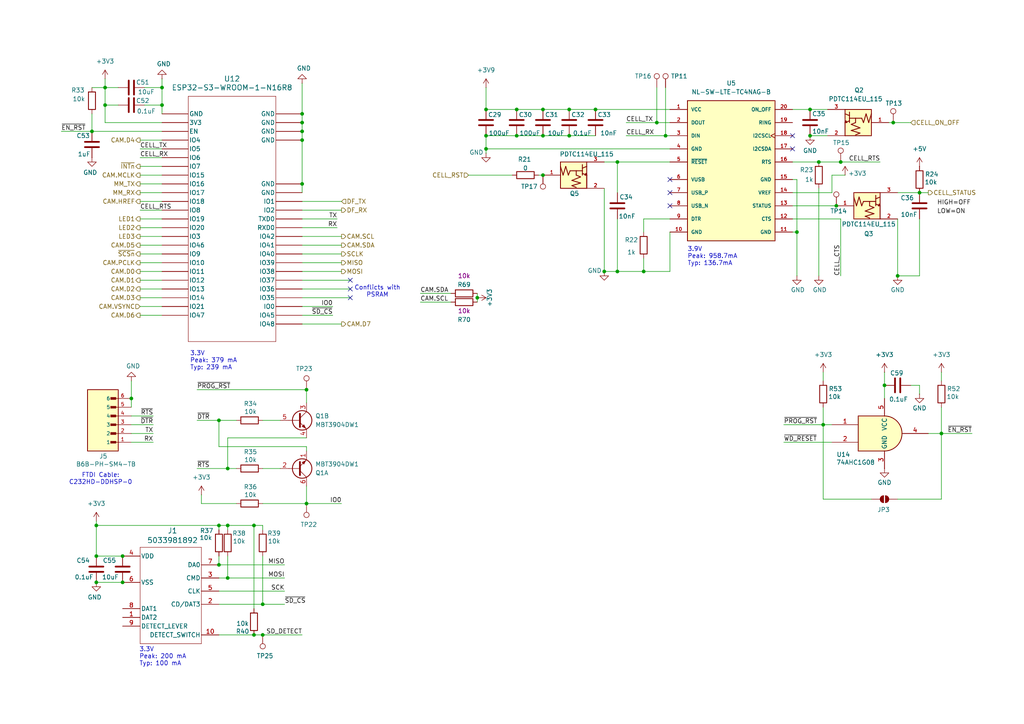
<source format=kicad_sch>
(kicad_sch (version 20250114) (generator "eeschema") (generator_version "9.0")
  (paper "A4")
  (text "3.3V\nPeak: 379 mA\nTyp: 239 mA" (at 55.118 104.648 0) (effects (font (size 1.27 1.27)) (justify left)))
  (text "3.9V\nPeak: 958.7mA \nTyp: 136.7mA" (at 199.39 74.422 0) (effects (font (size 1.27 1.27)) (justify left)))
  (text " FTDI Cable:\n C232HD-DDHSP-0" (at 28.702 138.938 0) (effects (font (size 1.27 1.27))))
  (text "3.3V\nPeak: 200 mA\nTyp: 100 mA" (at 40.386 190.5 0) (effects (font (size 1.27 1.27)) (justify left)))
  (text "Conflicts with\nPSRAM\n" (at 109.474 84.582 0) (effects (font (size 1.27 1.27))))
  (junction (at 30.48 30.48))
  (junction (at 186.69 78.74))
  (junction (at 138.43 86.36))
  (junction (at 179.07 78.74))
  (junction (at 38.1 115.57))
  (junction (at 88.9 146.05))
  (junction (at 260.35 80.01))
  (junction (at 273.05 125.73))
  (junction (at 193.04 39.37))
  (junction (at 190.5 35.56))
  (junction (at 157.48 39.37))
  (junction (at 27.94 161.29))
  (junction (at 87.63 40.64))
  (junction (at 140.97 39.37))
  (junction (at 27.94 168.91))
  (junction (at 66.04 152.4))
  (junction (at 231.14 67.31))
  (junction (at 30.48 25.4))
  (junction (at 243.84 46.99))
  (junction (at 149.86 31.75))
  (junction (at 87.63 33.02))
  (junction (at 266.7 55.88))
  (junction (at 259.08 35.56))
  (junction (at 63.5 152.4))
  (junction (at 175.26 78.74))
  (junction (at 76.2 175.26))
  (junction (at 76.2 184.15))
  (junction (at 234.95 39.37))
  (junction (at 35.56 161.29))
  (junction (at 26.67 38.1))
  (junction (at 46.99 30.48))
  (junction (at 73.66 152.4))
  (junction (at 35.56 168.91))
  (junction (at 165.1 39.37))
  (junction (at 242.57 59.69))
  (junction (at 165.1 31.75))
  (junction (at 234.95 31.75))
  (junction (at 73.66 184.15))
  (junction (at 87.63 35.56))
  (junction (at 46.99 25.4))
  (junction (at 140.97 31.75))
  (junction (at 27.94 152.4))
  (junction (at 66.04 167.64))
  (junction (at 238.76 123.19))
  (junction (at 66.04 135.89))
  (junction (at 63.5 163.83))
  (junction (at 157.48 31.75))
  (junction (at 88.9 113.03))
  (junction (at 140.97 43.18))
  (junction (at 157.48 50.8))
  (junction (at 87.63 38.1))
  (junction (at 237.49 46.99))
  (junction (at 179.07 46.99))
  (junction (at 63.5 121.92))
  (junction (at 172.72 31.75))
  (junction (at 87.63 53.34))
  (junction (at 256.54 111.76))
  (junction (at 149.86 39.37))
  (no_connect (at 194.31 52.07))
  (no_connect (at 194.31 55.88))
  (no_connect (at 229.87 39.37))
  (no_connect (at 101.6 83.82))
  (no_connect (at 229.87 43.18))
  (no_connect (at 101.6 86.36))
  (no_connect (at 101.6 81.28))
  (no_connect (at 194.31 59.69))
  (wire (pts (xy 238.76 123.19) (xy 238.76 144.78)))
  (wire (pts (xy 194.31 67.31) (xy 194.31 78.74)))
  (wire (pts (xy 266.7 63.5) (xy 266.7 80.01)))
  (wire (pts (xy 27.94 168.91) (xy 35.56 168.91)))
  (wire (pts (xy 88.9 129.54) (xy 88.9 130.81)))
  (wire (pts (xy 58.42 146.05) (xy 68.58 146.05)))
  (wire (pts (xy 87.63 40.64) (xy 87.63 53.34)))
  (wire (pts (xy 40.64 43.18) (xy 46.99 43.18)))
  (wire (pts (xy 26.67 25.4) (xy 30.48 25.4)))
  (wire (pts (xy 40.64 88.9) (xy 46.99 88.9)))
  (wire (pts (xy 87.63 24.13) (xy 87.63 33.02)))
  (wire (pts (xy 121.92 85.09) (xy 130.81 85.09)))
  (wire (pts (xy 63.5 152.4) (xy 63.5 153.67)))
  (wire (pts (xy 38.1 120.65) (xy 44.45 120.65)))
  (wire (pts (xy 87.63 86.36) (xy 101.6 86.36)))
  (wire (pts (xy 190.5 35.56) (xy 194.31 35.56)))
  (wire (pts (xy 273.05 125.73) (xy 281.94 125.73)))
  (wire (pts (xy 140.97 31.75) (xy 149.86 31.75)))
  (wire (pts (xy 138.43 87.63) (xy 138.43 86.36)))
  (wire (pts (xy 234.95 39.37) (xy 240.03 39.37)))
  (wire (pts (xy 40.64 48.26) (xy 46.99 48.26)))
  (wire (pts (xy 186.69 74.93) (xy 186.69 78.74)))
  (wire (pts (xy 238.76 144.78) (xy 252.73 144.78)))
  (wire (pts (xy 241.3 50.8) (xy 241.3 55.88)))
  (wire (pts (xy 82.55 171.45) (xy 63.5 171.45)))
  (wire (pts (xy 63.5 129.54) (xy 63.5 121.92)))
  (wire (pts (xy 40.64 60.96) (xy 46.99 60.96)))
  (wire (pts (xy 243.84 80.01) (xy 243.84 63.5)))
  (wire (pts (xy 40.64 40.64) (xy 46.99 40.64)))
  (wire (pts (xy 63.5 152.4) (xy 66.04 152.4)))
  (wire (pts (xy 243.84 63.5) (xy 229.87 63.5)))
  (wire (pts (xy 40.64 55.88) (xy 46.99 55.88)))
  (wire (pts (xy 227.33 128.27) (xy 241.3 128.27)))
  (wire (pts (xy 87.63 81.28) (xy 101.6 81.28)))
  (wire (pts (xy 186.69 63.5) (xy 194.31 63.5)))
  (wire (pts (xy 88.9 129.54) (xy 63.5 129.54)))
  (wire (pts (xy 186.69 67.31) (xy 186.69 63.5)))
  (wire (pts (xy 273.05 107.95) (xy 273.05 110.49)))
  (wire (pts (xy 17.78 38.1) (xy 26.67 38.1)))
  (wire (pts (xy 256.54 111.76) (xy 256.54 115.57)))
  (wire (pts (xy 243.84 46.99) (xy 255.27 46.99)))
  (wire (pts (xy 260.35 144.78) (xy 273.05 144.78)))
  (wire (pts (xy 38.1 128.27) (xy 44.45 128.27)))
  (wire (pts (xy 140.97 44.45) (xy 140.97 43.18)))
  (wire (pts (xy 87.63 53.34) (xy 87.63 55.88)))
  (wire (pts (xy 229.87 52.07) (xy 231.14 52.07)))
  (wire (pts (xy 157.48 31.75) (xy 165.1 31.75)))
  (wire (pts (xy 87.63 91.44) (xy 96.52 91.44)))
  (wire (pts (xy 190.5 25.4) (xy 190.5 35.56)))
  (wire (pts (xy 264.16 35.56) (xy 259.08 35.56)))
  (wire (pts (xy 99.06 73.66) (xy 87.63 73.66)))
  (wire (pts (xy 58.42 143.51) (xy 58.42 146.05)))
  (wire (pts (xy 157.48 39.37) (xy 165.1 39.37)))
  (wire (pts (xy 87.63 33.02) (xy 87.63 35.56)))
  (wire (pts (xy 273.05 144.78) (xy 273.05 125.73)))
  (wire (pts (xy 38.1 125.73) (xy 44.45 125.73)))
  (wire (pts (xy 87.63 68.58) (xy 99.06 68.58)))
  (wire (pts (xy 140.97 43.18) (xy 140.97 39.37)))
  (wire (pts (xy 76.2 135.89) (xy 81.28 135.89)))
  (wire (pts (xy 27.94 152.4) (xy 27.94 161.29)))
  (wire (pts (xy 76.2 121.92) (xy 81.28 121.92)))
  (wire (pts (xy 27.94 161.29) (xy 35.56 161.29)))
  (wire (pts (xy 66.04 167.64) (xy 82.55 167.64)))
  (wire (pts (xy 97.79 66.04) (xy 87.63 66.04)))
  (wire (pts (xy 76.2 184.15) (xy 73.66 184.15)))
  (wire (pts (xy 57.15 121.92) (xy 63.5 121.92)))
  (wire (pts (xy 245.11 50.8) (xy 241.3 50.8)))
  (wire (pts (xy 181.61 35.56) (xy 190.5 35.56)))
  (wire (pts (xy 40.64 71.12) (xy 46.99 71.12)))
  (wire (pts (xy 38.1 115.57) (xy 38.1 118.11)))
  (wire (pts (xy 57.15 135.89) (xy 66.04 135.89)))
  (wire (pts (xy 73.66 152.4) (xy 73.66 176.53)))
  (wire (pts (xy 40.64 86.36) (xy 46.99 86.36)))
  (wire (pts (xy 87.63 88.9) (xy 96.52 88.9)))
  (wire (pts (xy 30.48 22.86) (xy 30.48 25.4)))
  (wire (pts (xy 38.1 110.49) (xy 38.1 115.57)))
  (wire (pts (xy 179.07 63.5) (xy 179.07 78.74)))
  (wire (pts (xy 140.97 25.4) (xy 140.97 31.75)))
  (wire (pts (xy 181.61 39.37) (xy 193.04 39.37)))
  (wire (pts (xy 40.64 83.82) (xy 46.99 83.82)))
  (wire (pts (xy 88.9 146.05) (xy 99.06 146.05)))
  (wire (pts (xy 231.14 67.31) (xy 231.14 80.01)))
  (wire (pts (xy 260.35 63.5) (xy 260.35 80.01)))
  (wire (pts (xy 231.14 52.07) (xy 231.14 67.31)))
  (wire (pts (xy 27.94 151.13) (xy 27.94 152.4)))
  (wire (pts (xy 40.64 45.72) (xy 46.99 45.72)))
  (wire (pts (xy 88.9 127) (xy 66.04 127)))
  (wire (pts (xy 259.08 35.56) (xy 257.81 35.56)))
  (wire (pts (xy 149.86 31.75) (xy 157.48 31.75)))
  (wire (pts (xy 149.86 39.37) (xy 157.48 39.37)))
  (wire (pts (xy 63.5 163.83) (xy 82.55 163.83)))
  (wire (pts (xy 237.49 54.61) (xy 237.49 80.01)))
  (wire (pts (xy 194.31 78.74) (xy 186.69 78.74)))
  (wire (pts (xy 76.2 153.67) (xy 76.2 152.4)))
  (wire (pts (xy 40.64 58.42) (xy 46.99 58.42)))
  (wire (pts (xy 156.21 50.8) (xy 157.48 50.8)))
  (wire (pts (xy 193.04 25.4) (xy 193.04 39.37)))
  (wire (pts (xy 66.04 152.4) (xy 66.04 153.67)))
  (wire (pts (xy 87.63 58.42) (xy 99.06 58.42)))
  (wire (pts (xy 76.2 175.26) (xy 63.5 175.26)))
  (wire (pts (xy 30.48 30.48) (xy 30.48 35.56)))
  (wire (pts (xy 229.87 46.99) (xy 237.49 46.99)))
  (wire (pts (xy 88.9 116.84) (xy 88.9 113.03)))
  (wire (pts (xy 66.04 152.4) (xy 73.66 152.4)))
  (wire (pts (xy 175.26 46.99) (xy 179.07 46.99)))
  (wire (pts (xy 273.05 125.73) (xy 269.24 125.73)))
  (wire (pts (xy 193.04 39.37) (xy 194.31 39.37)))
  (wire (pts (xy 38.1 123.19) (xy 44.45 123.19)))
  (wire (pts (xy 121.92 87.63) (xy 130.81 87.63)))
  (wire (pts (xy 238.76 118.11) (xy 238.76 123.19)))
  (wire (pts (xy 40.64 66.04) (xy 46.99 66.04)))
  (wire (pts (xy 172.72 31.75) (xy 194.31 31.75)))
  (wire (pts (xy 46.99 25.4) (xy 46.99 30.48)))
  (wire (pts (xy 30.48 25.4) (xy 34.29 25.4)))
  (wire (pts (xy 87.63 38.1) (xy 87.63 40.64)))
  (wire (pts (xy 63.5 161.29) (xy 63.5 163.83)))
  (wire (pts (xy 266.7 55.88) (xy 269.24 55.88)))
  (wire (pts (xy 234.95 31.75) (xy 240.03 31.75)))
  (wire (pts (xy 87.63 83.82) (xy 101.6 83.82)))
  (wire (pts (xy 179.07 78.74) (xy 175.26 78.74)))
  (wire (pts (xy 57.15 113.03) (xy 88.9 113.03)))
  (wire (pts (xy 99.06 93.98) (xy 87.63 93.98)))
  (wire (pts (xy 266.7 111.76) (xy 264.16 111.76)))
  (wire (pts (xy 238.76 123.19) (xy 241.3 123.19)))
  (wire (pts (xy 227.33 123.19) (xy 238.76 123.19)))
  (wire (pts (xy 238.76 107.95) (xy 238.76 110.49)))
  (wire (pts (xy 27.94 152.4) (xy 63.5 152.4)))
  (wire (pts (xy 63.5 121.92) (xy 68.58 121.92)))
  (wire (pts (xy 87.63 184.15) (xy 76.2 184.15)))
  (wire (pts (xy 186.69 78.74) (xy 179.07 78.74)))
  (wire (pts (xy 266.7 80.01) (xy 260.35 80.01)))
  (wire (pts (xy 46.99 30.48) (xy 46.99 33.02)))
  (wire (pts (xy 30.48 30.48) (xy 34.29 30.48)))
  (wire (pts (xy 179.07 55.88) (xy 179.07 46.99)))
  (wire (pts (xy 229.87 31.75) (xy 234.95 31.75)))
  (wire (pts (xy 138.43 86.36) (xy 138.43 85.09)))
  (wire (pts (xy 73.66 184.15) (xy 63.5 184.15)))
  (wire (pts (xy 165.1 39.37) (xy 172.72 39.37)))
  (wire (pts (xy 260.35 55.88) (xy 266.7 55.88)))
  (wire (pts (xy 140.97 39.37) (xy 149.86 39.37)))
  (wire (pts (xy 231.14 67.31) (xy 229.87 67.31)))
  (wire (pts (xy 165.1 31.75) (xy 172.72 31.75)))
  (wire (pts (xy 241.3 55.88) (xy 229.87 55.88)))
  (wire (pts (xy 40.64 68.58) (xy 46.99 68.58)))
  (wire (pts (xy 175.26 54.61) (xy 175.26 78.74)))
  (wire (pts (xy 237.49 46.99) (xy 243.84 46.99)))
  (wire (pts (xy 46.99 22.86) (xy 46.99 25.4)))
  (wire (pts (xy 266.7 114.3) (xy 266.7 111.76)))
  (wire (pts (xy 87.63 76.2) (xy 99.06 76.2)))
  (wire (pts (xy 41.91 25.4) (xy 46.99 25.4)))
  (wire (pts (xy 46.99 38.1) (xy 26.67 38.1)))
  (wire (pts (xy 99.06 60.96) (xy 87.63 60.96)))
  (wire (pts (xy 30.48 25.4) (xy 30.48 30.48)))
  (wire (pts (xy 135.89 50.8) (xy 148.59 50.8)))
  (wire (pts (xy 40.64 53.34) (xy 46.99 53.34)))
  (wire (pts (xy 63.5 167.64) (xy 66.04 167.64)))
  (wire (pts (xy 41.91 30.48) (xy 46.99 30.48)))
  (wire (pts (xy 179.07 46.99) (xy 194.31 46.99)))
  (wire (pts (xy 40.64 91.44) (xy 46.99 91.44)))
  (wire (pts (xy 66.04 161.29) (xy 66.04 167.64)))
  (wire (pts (xy 256.54 107.95) (xy 256.54 111.76)))
  (wire (pts (xy 40.64 73.66) (xy 46.99 73.66)))
  (wire (pts (xy 229.87 59.69) (xy 242.57 59.69)))
  (wire (pts (xy 68.58 135.89) (xy 66.04 135.89)))
  (wire (pts (xy 97.79 63.5) (xy 87.63 63.5)))
  (wire (pts (xy 87.63 35.56) (xy 87.63 38.1)))
  (wire (pts (xy 140.97 43.18) (xy 194.31 43.18)))
  (wire (pts (xy 40.64 81.28) (xy 46.99 81.28)))
  (wire (pts (xy 273.05 118.11) (xy 273.05 125.73)))
  (wire (pts (xy 76.2 161.29) (xy 76.2 175.26)))
  (wire (pts (xy 66.04 127) (xy 66.04 135.89)))
  (wire (pts (xy 40.64 76.2) (xy 46.99 76.2)))
  (wire (pts (xy 26.67 33.02) (xy 26.67 38.1)))
  (wire (pts (xy 76.2 175.26) (xy 82.55 175.26)))
  (wire (pts (xy 40.64 50.8) (xy 46.99 50.8)))
  (wire (pts (xy 40.64 78.74) (xy 46.99 78.74)))
  (wire (pts (xy 76.2 146.05) (xy 88.9 146.05)))
  (wire (pts (xy 88.9 146.05) (xy 88.9 140.97)))
  (wire (pts (xy 73.66 152.4) (xy 76.2 152.4)))
  (wire (pts (xy 87.63 78.74) (xy 99.06 78.74)))
  (wire (pts (xy 30.48 35.56) (xy 46.99 35.56)))
  (wire (pts (xy 99.06 71.12) (xy 87.63 71.12)))
  (wire (pts (xy 40.64 63.5) (xy 46.99 63.5)))
  (label "IO0" (at 99.06 146.05 180))
  (label "~{DTR}" (at 57.15 121.92 0))
  (label "CELL_RX" (at 181.61 39.37 0))
  (label "SCK" (at 82.55 171.45 180))
  (label "MISO" (at 82.55 163.83 180))
  (label "TX" (at 44.45 125.73 180))
  (label "CELL_TX" (at 40.64 43.18 0))
  (label "CELL_RTS" (at 40.64 60.96 0))
  (label "IO0" (at 96.52 88.9 180))
  (label "CAM.SCL" (at 121.92 87.63 0))
  (label "CELL_CTS" (at 243.84 80.01 90))
  (label "CELL_TX" (at 181.61 35.56 0))
  (label "~{EN_RST}" (at 17.78 38.1 0))
  (label "LOW=ON" (at 271.78 62.23 0))
  (label "CELL_RX" (at 40.64 45.72 0))
  (label "~{WD_RESET}" (at 227.33 128.27 0))
  (label "~{DTR}" (at 44.45 123.19 180))
  (label "~{PROG_RST}" (at 57.15 113.03 0))
  (label "~{RTS}" (at 44.45 120.65 180))
  (label "~{PROG_RST}" (at 227.33 123.19 0))
  (label "~{SD_CS}" (at 82.55 175.26 0))
  (label "CELL_RTS" (at 255.27 46.99 180))
  (label "RX" (at 97.79 66.04 180))
  (label "CAM.SDA" (at 121.92 85.09 0))
  (label "HIGH=OFF" (at 271.78 59.69 0))
  (label "~{EN_RST}" (at 281.94 125.73 180))
  (label "~{RTS}" (at 57.15 135.89 0))
  (label "MOSI" (at 82.55 167.64 180))
  (label "SD_DETECT" (at 87.63 184.15 180))
  (label "TX" (at 97.79 63.5 180))
  (label "~{SD_CS}" (at 96.52 91.44 180))
  (label "RX" (at 44.45 128.27 180))
  (hierarchical_label "CAM.D5" (shape output) (at 40.64 71.12 180))
  (hierarchical_label "CELL_RST" (shape input) (at 135.89 50.8 180))
  (hierarchical_label "CAM.D0" (shape output) (at 40.64 78.74 180))
  (hierarchical_label "MM_TX" (shape output) (at 40.64 53.34 180))
  (hierarchical_label "LED1" (shape output) (at 40.64 63.5 180))
  (hierarchical_label "DF_TX" (shape input) (at 99.06 58.42 0))
  (hierarchical_label "CAM.VSYNC" (shape input) (at 40.64 88.9 180))
  (hierarchical_label "~{INTn}" (shape output) (at 40.64 48.26 180))
  (hierarchical_label "DF_RX" (shape output) (at 99.06 60.96 0))
  (hierarchical_label "MISO" (shape output) (at 99.06 76.2 0))
  (hierarchical_label "MM_RX" (shape output) (at 40.64 55.88 180))
  (hierarchical_label "CAM.PCLK" (shape output) (at 40.64 76.2 180))
  (hierarchical_label "CAM.HREF" (shape output) (at 40.64 58.42 180))
  (hierarchical_label "~{SCSn}" (shape output) (at 40.64 73.66 180))
  (hierarchical_label "LED2" (shape output) (at 40.64 66.04 180))
  (hierarchical_label "CAM.D7" (shape output) (at 99.06 93.98 0))
  (hierarchical_label "CAM.D2" (shape output) (at 40.64 83.82 180))
  (hierarchical_label "CAM.D4" (shape output) (at 40.64 40.64 180))
  (hierarchical_label "CAM.D1" (shape output) (at 40.64 81.28 180))
  (hierarchical_label "MOSI" (shape output) (at 99.06 78.74 0))
  (hierarchical_label "CAM.D6" (shape output) (at 40.64 91.44 180))
  (hierarchical_label "CAM.MCLK" (shape output) (at 40.64 50.8 180))
  (hierarchical_label "SCLK" (shape output) (at 99.06 73.66 0))
  (hierarchical_label "CELL_ON_OFF" (shape input) (at 264.16 35.56 0))
  (hierarchical_label "CAM.D3" (shape output) (at 40.64 86.36 180))
  (hierarchical_label "CAM.SDA" (shape output) (at 99.06 71.12 0))
  (hierarchical_label "LED3" (shape output) (at 40.64 68.58 180))
  (hierarchical_label "CELL_STATUS" (shape output) (at 269.24 55.88 0))
  (hierarchical_label "CAM.SCL" (shape output) (at 99.06 68.58 0))
  (symbol (lib_id "Device:C") (at 26.67 41.91 180) (unit 1)
    (property "Reference" "C57" (at 24.13 39.37 0))
    (property "Value" "1uF" (at 24.384 44.704 0))
    (property "Footprint" "Capacitor_SMD:C_0603_1608Metric" (effects (hide yes)))
    (property "Description" "Unpolarized capacitor" (effects (hide yes)))
    (instances (project "HydroficientPcbV1" (path "" (reference "C53") (unit 1))) (project "HydroficientPcbV1" (path "" (reference "C57") (unit 1))))
  )
  (symbol (lib_id "power:GND") (at 140.97 44.45 0) (unit 1)
    (property "Reference" "#PWR0101" (effects (hide yes)))
    (property "Value" "GND" (at 138.176 44.196 0))
    (property "Description" "Power symbol creates a global label with name \"GND\" , ground" (effects (hide yes)))
    (instances (project "HydroficientPcbV1" (path "" (reference "#PWR0135") (unit 1))) (project "HydroficientPcbV1" (path "" (reference "#PWR0101") (unit 1))))
  )
  (symbol (lib_id "power:GND") (at 38.1 110.49 180) (unit 1)
    (property "Reference" "#PWR092" (effects (hide yes)))
    (property "Value" "GND" (at 38.608 106.172 0))
    (property "Description" "Power symbol creates a global label with name \"GND\" , ground" (effects (hide yes)))
    (instances (project "HydroficientPcbV1" (path "" (reference "#PWR099") (unit 1))) (project "HydroficientPcbV1" (path "" (reference "#PWR092") (unit 1))))
  )
  (symbol (lib_id "power:+3V3") (at 256.54 107.95 0) (unit 1)
    (property "Reference" "#PWR0117" (effects (hide yes)))
    (property "Value" "+3V3" (at 256.54 102.87 0))
    (property "Description" "Power symbol creates a global label with name \"+3V3\"" (effects (hide yes)))
    (instances (project "HydroficientPcbV1" (path "" (reference "#PWR0120") (unit 1))) (project "HydroficientPcbV1" (path "" (reference "#PWR0117") (unit 1))))
  )
  (symbol (lib_id "Device:C") (at 157.48 35.56 0) (unit 1)
    (property "Reference" "C65" (at 160.02 33.274 0))
    (property "Value" "10uF" (at 161.29 38.608 0))
    (property "Footprint" "Capacitor_SMD:C_0805_2012Metric" (effects (hide yes)))
    (property "Description" "Unpolarized capacitor" (effects (hide yes)))
    (instances (project "HydroficientPcbV1" (path "" (reference "C31") (unit 1))) (project "HydroficientPcbV1" (path "" (reference "C65") (unit 1))))
  )
  (symbol (lib_id "Device:C") (at 35.56 165.1 0) (unit 1)
    (property "Reference" "C59" (at 31.75 162.56 0))
    (property "Value" "10uF" (at 32.004 167.386 0))
    (property "Footprint" "Capacitor_SMD:C_0805_2012Metric" (effects (hide yes)))
    (property "Description" "Unpolarized capacitor" (effects (hide yes)))
    (instances (project "HydroficientPcbV1" (path "" (reference "C55") (unit 1))) (project "HydroficientPcbV1" (path "" (reference "C59") (unit 1))))
  )
  (symbol (lib_id "Device:R") (at 238.76 114.3 0) (unit 1)
    (property "Reference" "R78" (at 242.316 112.776 0))
    (property "Value" "10k" (at 242.062 115.062 0))
    (property "Footprint" "Resistor_SMD:R_0603_1608Metric" (effects (hide yes)))
    (property "Description" "Resistor" (effects (hide yes)))
    (instances (project "HydroficientPcbV1" (path "" (reference "R53") (unit 1))) (project "HydroficientPcbV1" (path "" (reference "R78") (unit 1))))
  )
  (symbol (lib_id "power:GND") (at 260.35 80.01 0) (unit 1)
    (property "Reference" "#PWR0119" (effects (hide yes)))
    (property "Value" "GND" (at 260.35 84.074 0))
    (property "Description" "Power symbol creates a global label with name \"GND\" , ground" (effects (hide yes)))
    (instances (project "HydroficientPcbV1" (path "" (reference "#PWR058") (unit 1))) (project "HydroficientPcbV1" (path "" (reference "#PWR0119") (unit 1))))
  )
  (symbol (lib_id "B6B-PH-SM4-TB:B6B-PH-SM4-TB") (at 30.48 123.19 180) (unit 1)
    (property "Reference" "J3" (at 29.972 132.334 0))
    (property "Value" "B6B-PH-SM4-TB" (at 30.734 134.62 0))
    (property "Footprint" "B6B-PH-SM4-TB:JST_B6B-PH-SM4-TB" (effects (hide yes)))
    (property "PARTREV" "N/A" (effects (hide yes)))
    (property "MANUFACTURER" "JST" (effects (hide yes)))
    (property "MAXIMUM_PACKAGE_HEIGHT" "6.6mm" (effects (hide yes)))
    (property "STANDARD" "Manufacturer Recommendations" (effects (hide yes)))
    (instances (project "" (path "" (reference "J5") (unit 1))) (project "" (path "" (reference "J3") (unit 1))))
  )
  (symbol (lib_id "power:+3V3") (at 58.42 143.51 0) (unit 1)
    (property "Reference" "#PWR094" (effects (hide yes)))
    (property "Value" "+3V3" (at 58.42 138.43 0))
    (property "Description" "Power symbol creates a global label with name \"+3V3\"" (effects (hide yes)))
    (instances (project "HydroficientPcbV1" (path "" (reference "#PWR084") (unit 1))) (project "HydroficientPcbV1" (path "" (reference "#PWR094") (unit 1))))
  )
  (symbol (lib_id "Device:R") (at 63.5 157.48 0) (unit 1)
    (property "Reference" "R60" (at 59.944 153.924 0))
    (property "Value" "10k" (at 59.69 155.956 0))
    (property "Footprint" "Resistor_SMD:R_0603_1608Metric" (effects (hide yes)))
    (property "Description" "Resistor" (effects (hide yes)))
    (instances (project "HydroficientPcbV1" (path "" (reference "R37") (unit 1))) (project "HydroficientPcbV1" (path "" (reference "R60") (unit 1))))
  )
  (symbol (lib_id "power:GND") (at 175.26 78.74 0) (unit 1)
    (property "Reference" "#PWR0105" (effects (hide yes)))
    (property "Value" "GND" (at 172.466 78.486 0))
    (property "Description" "Power symbol creates a global label with name \"GND\" , ground" (effects (hide yes)))
    (instances (project "HydroficientPcbV1" (path "" (reference "#PWR055") (unit 1))) (project "HydroficientPcbV1" (path "" (reference "#PWR0105") (unit 1))))
  )
  (symbol (lib_id "Device:R") (at 273.05 114.3 0) (unit 1)
    (property "Reference" "R80" (at 276.606 112.776 0))
    (property "Value" "10k" (at 276.352 115.062 0))
    (property "Footprint" "Resistor_SMD:R_0603_1608Metric" (effects (hide yes)))
    (property "Description" "Resistor" (effects (hide yes)))
    (instances (project "HydroficientPcbV1" (path "" (reference "R52") (unit 1))) (project "HydroficientPcbV1" (path "" (reference "R80") (unit 1))))
  )
  (symbol (lib_id "Device:R") (at 73.66 180.34 180) (unit 1)
    (property "Reference" "R65" (at 70.358 183.134 0))
    (property "Value" "10k" (at 70.358 180.848 0))
    (property "Footprint" "Resistor_SMD:R_0603_1608Metric" (effects (hide yes)))
    (property "Description" "Resistor" (effects (hide yes)))
    (instances (project "HydroficientPcbV1" (path "" (reference "R40") (unit 1))) (project "HydroficientPcbV1" (path "" (reference "R65") (unit 1))))
  )
  (symbol (lib_id "Device:R") (at 152.4 50.8 270) (unit 1)
    (property "Reference" "R72" (at 152.146 46.228 90))
    (property "Value" "0" (at 152.4 48.768 90))
    (property "Footprint" "Resistor_SMD:R_0603_1608Metric" (effects (hide yes)))
    (property "Description" "Resistor" (effects (hide yes)))
    (instances (project "HydroficientPcbV1" (path "" (reference "R21") (unit 1))) (project "HydroficientPcbV1" (path "" (reference "R72") (unit 1))))
  )
  (symbol (lib_id "Device:C") (at 140.97 35.56 0) (unit 1)
    (property "Reference" "C62" (at 143.51 33.274 0))
    (property "Value" "100uF" (at 144.78 38.608 0))
    (property "Footprint" "T495X107M025ATE150:CAPMP7.6X4.3_4.3N_KEM" (effects (hide yes)))
    (property "Description" "Unpolarized capacitor" (effects (hide yes)))
    (instances (project "HydroficientPcbV1" (path "" (reference "C29") (unit 1))) (project "HydroficientPcbV1" (path "" (reference "C62") (unit 1))))
  )
  (symbol (lib_id "Device:C") (at 38.1 30.48 90) (unit 1)
    (property "Reference" "C61" (at 41.402 29.21 90))
    (property "Value" "0.1uF" (at 42.418 32.258 90))
    (property "Footprint" "Capacitor_SMD:C_0603_1608Metric" (effects (hide yes)))
    (property "Description" "Unpolarized capacitor" (effects (hide yes)))
    (instances (project "HydroficientPcbV1" (path "" (reference "C52") (unit 1))) (project "HydroficientPcbV1" (path "" (reference "C61") (unit 1))))
  )
  (symbol (lib_id "Device:R") (at 72.39 135.89 90) (unit 1)
    (property "Reference" "R63" (at 72.644 131.064 90))
    (property "Value" "10k" (at 72.644 133.35 90))
    (property "Footprint" "Resistor_SMD:R_0603_1608Metric" (effects (hide yes)))
    (property "Description" "Resistor" (effects (hide yes)))
    (instances (project "HydroficientPcbV1" (path "" (reference "R35") (unit 1))) (project "HydroficientPcbV1" (path "" (reference "R63") (unit 1))))
  )
  (symbol (lib_id "Device:R") (at 186.69 71.12 0) (unit 1)
    (property "Reference" "R74" (at 183.134 69.596 0))
    (property "Value" "1k" (at 183.134 73.152 0))
    (property "Footprint" "Resistor_SMD:R_0603_1608Metric" (effects (hide yes)))
    (property "Description" "Resistor" (effects (hide yes)))
    (instances (project "HydroficientPcbV1" (path "" (reference "R22") (unit 1))) (project "HydroficientPcbV1" (path "" (reference "R74") (unit 1))))
  )
  (symbol (lib_id "Jumper:SolderJumper_2_Open") (at 256.54 144.78 0) (unit 1) (in_bom no)
    (property "Reference" "JP1" (at 256.286 147.828 0))
    (property "Value" "SolderJumper_2_Open" (effects (hide yes)))
    (property "Footprint" "Jumper:SolderJumper-2_P1.3mm_Open_Pad1.0x1.5mm" (effects (hide yes)))
    (property "Description" "Solder Jumper, 2-pole, open" (effects (hide yes)))
    (instances (project "" (path "" (reference "JP3") (unit 1))) (project "" (path "" (reference "JP1") (unit 1))))
  )
  (symbol (lib_id "Nimblelink:NL-SW-LTE-QBG96") (at 212.09 49.53 0) (unit 1)
    (property "Reference" "U14" (at 212.09 24.13 0))
    (property "Value" "NL-SW-LTE-TC4NAG-B" (at 212.09 26.67 0))
    (property "Footprint" "Nimblelink:MODULE_NL-SW-LTE-QBG96" (effects (hide yes)))
    (property "MF" "NimbeLink, LLC" (effects (hide yes)))
    (property "MAXIMUM_PACKAGE_HEIGHT" "6.858 mm" (effects (hide yes)))
    (property "Package" "DIP-20 NimbeLink, LLC" (effects (hide yes)))
    (property "Price" "None" (effects (hide yes)))
    (property "Check_prices" "https://www.snapeda.com/parts/NL-SW-LTE-QBG96/NimbeLink/view-part/?ref=eda" (effects (hide yes)))
    (property "STANDARD" "Manufacturer Recommendations" (effects (hide yes)))
    (property "PARTREV" "16" (effects (hide yes)))
    (property "SnapEDA_Link" "https://www.snapeda.com/parts/NL-SW-LTE-QBG96/NimbeLink/view-part/?ref=snap" (effects (hide yes)))
    (property "MP" "NL-SW-LTE-QBG96" (effects (hide yes)))
    (property "Description_1" "Cellular, Navigation 4G LTE CAT M1/NB-IoT (Global), 2G Fallback Transceiver Module 700MHz, 850MHz, 900MHz, 1.7GHz, 1.8GHz, 1.9GHz, 2.1GHz Antenna Not Included, U.FL Through Hole" (effects (hide yes)))
    (property "Availability" "Not in stock" (effects (hide yes)))
    (property "MANUFACTURER" "NimbeLink Corp" (effects (hide yes)))
    (instances (project "HydroficientPcbV1" (path "" (reference "U5") (unit 1))) (project "HydroficientPcbV1" (path "" (reference "U14") (unit 1))))
  )
  (symbol (lib_id "PDTC114EU_115:PDTC114EU_115") (at 252.73 60.96 0) (unit 1)
    (property "Reference" "Q5" (at 251.968 67.818 0))
    (property "Value" "PDTC114EU_115" (at 251.968 65.024 0))
    (property "Footprint" "PDTC114EU_115:SOT65P210X110-3N" (effects (hide yes)))
    (property "PARTREV" "12" (effects (hide yes)))
    (property "STANDARD" "IPC-7351B" (effects (hide yes)))
    (property "MANUFACTURER" "NEXPERIA" (effects (hide yes)))
    (instances (project "HydroficientPcbV1" (path "" (reference "Q3") (unit 1))) (project "HydroficientPcbV1" (path "" (reference "Q5") (unit 1))))
  )
  (symbol (lib_id "Device:C") (at 260.35 111.76 90) (unit 1)
    (property "Reference" "C71" (at 260.096 108.204 90))
    (property "Value" "0.1uF" (at 260.604 115.824 90))
    (property "Footprint" "Capacitor_SMD:C_0603_1608Metric" (effects (hide yes)))
    (property "Description" "Unpolarized capacitor" (effects (hide yes)))
    (instances (project "HydroficientPcbV1" (path "" (reference "C59") (unit 1))) (project "HydroficientPcbV1" (path "" (reference "C71") (unit 1))))
  )
  (symbol (lib_id "power:GND") (at 237.49 80.01 0) (unit 1)
    (property "Reference" "#PWR0114" (effects (hide yes)))
    (property "Value" "GND" (at 237.744 84.074 0))
    (property "Description" "Power symbol creates a global label with name \"GND\" , ground" (effects (hide yes)))
    (instances (project "HydroficientPcbV1" (path "" (reference "#PWR060") (unit 1))) (project "HydroficientPcbV1" (path "" (reference "#PWR0114") (unit 1))))
  )
  (symbol (lib_id "Connector:TestPoint") (at 157.48 50.8 180) (unit 1)
    (property "Reference" "TP8" (at 155.956 54.102 0) (effects (justify left)))
    (property "Value" "TestPoint" (effects (hide yes)))
    (property "Footprint" "TestPoint:TestPoint_Pad_D2.0mm" (effects (hide yes)))
    (property "Description" "test point" (effects (hide yes)))
    (instances (project "HydroficientPcbV1" (path "" (reference "TP17") (unit 1))) (project "HydroficientPcbV1" (path "" (reference "TP8") (unit 1))))
  )
  (symbol (lib_id "Connector:TestPoint") (at 243.84 46.99 0) (unit 1)
    (property "Reference" "TP12" (at 241.554 41.402 0) (effects (justify left)))
    (property "Value" "TestPoint" (effects (hide yes)))
    (property "Footprint" "TestPoint:TestPoint_Pad_D2.0mm" (effects (hide yes)))
    (property "Description" "test point" (effects (hide yes)))
    (instances (project "HydroficientPcbV1" (path "" (reference "TP15") (unit 1))) (project "HydroficientPcbV1" (path "" (reference "TP12") (unit 1))))
  )
  (symbol (lib_id "power:GND") (at 46.99 22.86 180) (unit 1)
    (property "Reference" "#PWR093" (effects (hide yes)))
    (property "Value" "GND" (at 47.498 18.542 0))
    (property "Description" "Power symbol creates a global label with name \"GND\" , ground" (effects (hide yes)))
    (instances (project "HydroficientPcbV1" (path "" (reference "#PWR070") (unit 1))) (project "HydroficientPcbV1" (path "" (reference "#PWR093") (unit 1))))
  )
  (symbol (lib_id "power:+3V3") (at 273.05 107.95 0) (unit 1)
    (property "Reference" "#PWR0122" (effects (hide yes)))
    (property "Value" "+3V3" (at 273.05 102.87 0))
    (property "Description" "Power symbol creates a global label with name \"+3V3\"" (effects (hide yes)))
    (instances (project "" (path "" (reference "#PWR0121") (unit 1))) (project "" (path "" (reference "#PWR0122") (unit 1))))
  )
  (symbol (lib_id "Device:R") (at 26.67 29.21 0) (unit 1)
    (property "Reference" "R59" (at 22.606 26.162 0))
    (property "Value" "10k" (at 22.86 28.702 0))
    (property "Footprint" "Resistor_SMD:R_0603_1608Metric" (effects (hide yes)))
    (property "Description" "Resistor" (effects (hide yes)))
    (instances (project "HydroficientPcbV1" (path "" (reference "R33") (unit 1))) (project "HydroficientPcbV1" (path "" (reference "R59") (unit 1))))
  )
  (symbol (lib_id "power:GND") (at 234.95 39.37 0) (unit 1)
    (property "Reference" "#PWR0113" (effects (hide yes)))
    (property "Value" "GND" (at 234.95 43.688 0))
    (property "Description" "Power symbol creates a global label with name \"GND\" , ground" (effects (hide yes)))
    (instances (project "HydroficientPcbV1" (path "" (reference "#PWR056") (unit 1))) (project "HydroficientPcbV1" (path "" (reference "#PWR0113") (unit 1))))
  )
  (symbol (lib_id "Device:R") (at 72.39 146.05 90) (unit 1)
    (property "Reference" "R64" (at 72.644 141.224 90))
    (property "Value" "10k" (at 72.644 143.51 90))
    (property "Footprint" "Resistor_SMD:R_0603_1608Metric" (effects (hide yes)))
    (property "Description" "Resistor" (effects (hide yes)))
    (instances (project "HydroficientPcbV1" (path "" (reference "R36") (unit 1))) (project "HydroficientPcbV1" (path "" (reference "R64") (unit 1))))
  )
  (symbol (lib_id "Device:R") (at 72.39 121.92 90) (unit 1)
    (property "Reference" "R62" (at 72.644 117.094 90))
    (property "Value" "10k" (at 72.644 119.38 90))
    (property "Footprint" "Resistor_SMD:R_0603_1608Metric" (effects (hide yes)))
    (property "Description" "Resistor" (effects (hide yes)))
    (instances (project "HydroficientPcbV1" (path "" (reference "R34") (unit 1))) (project "HydroficientPcbV1" (path "" (reference "R62") (unit 1))))
  )
  (symbol (lib_id "Device:C") (at 179.07 59.69 0) (unit 1)
    (property "Reference" "C68" (at 181.61 57.15 0))
    (property "Value" "10nF" (at 181.864 62.738 0))
    (property "Footprint" "Capacitor_SMD:C_0603_1608Metric" (effects (hide yes)))
    (property "Description" "Unpolarized capacitor" (effects (hide yes)))
    (instances (project "HydroficientPcbV1" (path "" (reference "C34") (unit 1))) (project "HydroficientPcbV1" (path "" (reference "C68") (unit 1))))
  )
  (symbol (lib_id "power:+3V3") (at 238.76 107.95 0) (unit 1)
    (property "Reference" "#PWR0115" (effects (hide yes)))
    (property "Value" "+3V3" (at 238.76 102.87 0))
    (property "Description" "Power symbol creates a global label with name \"+3V3\"" (effects (hide yes)))
    (instances (project "HydroficientPcbV1" (path "" (reference "#PWR0122") (unit 1))) (project "HydroficientPcbV1" (path "" (reference "#PWR0115") (unit 1))))
  )
  (symbol (lib_id "power:GND") (at 26.67 45.72 0) (unit 1)
    (property "Reference" "#PWR087" (effects (hide yes)))
    (property "Value" "GND" (at 26.162 50.038 0))
    (property "Description" "Power symbol creates a global label with name \"GND\" , ground" (effects (hide yes)))
    (instances (project "HydroficientPcbV1" (path "" (reference "#PWR078") (unit 1))) (project "HydroficientPcbV1" (path "" (reference "#PWR087") (unit 1))))
  )
  (symbol (lib_id "00-kiml-resistors-smd:10k_0402_0402WGF1002TCE") (at 134.62 85.09 270) (unit 1)
    (property "Reference" "R69" (at 134.62 82.55 90))
    (property "Value" "10k_0402_0402WGF1002TCE" (effects (hide yes)))
    (property "Footprint" "Resistor_SMD:R_0402_1005Metric" (effects (hide yes)))
    (property "Datasheet" "https://datasheet.lcsc.com/lcsc/2206010100_UNI-ROYAL-Uniroyal-Elec-0402WGF1002TCE_C25744.pdf" (effects (hide yes)))
    (property "Description" "62.5mW Thick Film Resistors 50V ±100ppm/℃ ±1% -55℃~+155℃ 10kΩ 0402" (effects (hide yes)))
    (property "UserValue" "10k" (at 134.62 80.01 90))
    (property "MFR" "UNI-ROYAL" (effects (hide yes)))
    (property "MPN" "0402WGF1002TCE" (effects (hide yes)))
    (property "SPL1" "JLCPCB" (effects (hide yes)))
    (property "SPN1" "C25744" (effects (hide yes)))
    (property "Tolerance" "1%" (effects (hide yes)))
    (property "TCR" "100ppm" (effects (hide yes)))
    (property "Pmax" "62.5mW" (effects (hide yes)))
    (property "LNK1" "https://jlcpcb.com/partdetail/26487-0402WGF1002TCE/C25744" (effects (hide yes)))
    (property "SNB1" "Basic part" (effects (hide yes)))
  )
  (symbol (lib_id "power:+5V") (at 266.7 48.26 0) (unit 1)
    (property "Reference" "#PWR0120" (effects (hide yes)))
    (property "Value" "+5V" (at 266.7 43.18 0))
    (property "Description" "Power symbol creates a global label with name \"+5V\"" (effects (hide yes)))
    (instances (project "HydroficientPcbV1" (path "" (reference "#PWR0136") (unit 1))) (project "HydroficientPcbV1" (path "" (reference "#PWR0120") (unit 1))))
  )
  (symbol (lib_id "Device:C") (at 38.1 25.4 90) (unit 1)
    (property "Reference" "C60" (at 41.402 23.876 90))
    (property "Value" "10uF" (at 42.418 26.67 90))
    (property "Footprint" "Capacitor_SMD:C_0805_2012Metric" (effects (hide yes)))
    (property "Description" "Unpolarized capacitor" (effects (hide yes)))
    (instances (project "HydroficientPcbV1" (path "" (reference "C51") (unit 1))) (project "HydroficientPcbV1" (path "" (reference "C60") (unit 1))))
  )
  (symbol (lib_id "00-kiml-resistors-smd:10k_0402_0402WGF1002TCE") (at 134.62 87.63 270) (unit 1)
    (property "Reference" "R70" (at 134.62 92.71 90))
    (property "Value" "10k_0402_0402WGF1002TCE" (effects (hide yes)))
    (property "Footprint" "Resistor_SMD:R_0402_1005Metric" (effects (hide yes)))
    (property "Datasheet" "https://datasheet.lcsc.com/lcsc/2206010100_UNI-ROYAL-Uniroyal-Elec-0402WGF1002TCE_C25744.pdf" (effects (hide yes)))
    (property "Description" "62.5mW Thick Film Resistors 50V ±100ppm/℃ ±1% -55℃~+155℃ 10kΩ 0402" (effects (hide yes)))
    (property "UserValue" "10k" (at 134.62 90.17 90))
    (property "MFR" "UNI-ROYAL" (effects (hide yes)))
    (property "MPN" "0402WGF1002TCE" (effects (hide yes)))
    (property "SPL1" "JLCPCB" (effects (hide yes)))
    (property "SPN1" "C25744" (effects (hide yes)))
    (property "Tolerance" "1%" (effects (hide yes)))
    (property "TCR" "100ppm" (effects (hide yes)))
    (property "Pmax" "62.5mW" (effects (hide yes)))
    (property "LNK1" "https://jlcpcb.com/partdetail/26487-0402WGF1002TCE/C25744" (effects (hide yes)))
    (property "SNB1" "Basic part" (effects (hide yes)))
  )
  (symbol (lib_id "Connector:TestPoint") (at 259.08 35.56 0) (unit 1)
    (property "Reference" "TP13" (at 256.794 29.972 0) (effects (justify left)))
    (property "Value" "TestPoint" (effects (hide yes)))
    (property "Footprint" "TestPoint:TestPoint_Pad_D2.0mm" (effects (hide yes)))
    (property "Description" "test point" (effects (hide yes)))
  )
  (symbol (lib_id "power:+3V3") (at 30.48 22.86 0) (unit 1)
    (property "Reference" "#PWR091" (effects (hide yes)))
    (property "Value" "+3V3" (at 30.48 17.78 0))
    (property "Description" "Power symbol creates a global label with name \"+3V3\"" (effects (hide yes)))
    (instances (project "HydroficientPcbV1" (path "" (reference "#PWR072") (unit 1))) (project "HydroficientPcbV1" (path "" (reference "#PWR091") (unit 1))))
  )
  (symbol (lib_id "Transistor_BJT:MBT3904DW1") (at 86.36 121.92 0) (unit 2)
    (property "Reference" "Q1" (at 91.44 120.6499 0) (effects (justify left)))
    (property "Value" "MBT3904DW1" (at 91.44 123.1899 0) (effects (justify left)))
    (property "Footprint" "Package_TO_SOT_SMD:SOT-363_SC-70-6" (effects (hide yes)))
    (property "Datasheet" "http://www.onsemi.com/pub_link/Collateral/MBT3904DW1T1-D.PDF" (effects (hide yes)))
    (property "Description" "200mA IC, 40V Vce, Dual NPN/NPN Transistors, SOT-363" (effects (hide yes)))
  )
  (symbol (lib_id "power:GND") (at 266.7 114.3 0) (unit 1)
    (property "Reference" "#PWR0121" (effects (hide yes)))
    (property "Value" "GND" (at 266.7 118.364 0))
    (property "Description" "Power symbol creates a global label with name \"GND\" , ground" (effects (hide yes)))
    (instances (project "HydroficientPcbV1" (path "" (reference "#PWR0123") (unit 1))) (project "HydroficientPcbV1" (path "" (reference "#PWR0121") (unit 1))))
  )
  (symbol (lib_id "power:GND") (at 27.94 168.91 0) (unit 1)
    (property "Reference" "#PWR090" (effects (hide yes)))
    (property "Value" "GND" (at 27.432 173.228 0))
    (property "Description" "Power symbol creates a global label with name \"GND\" , ground" (effects (hide yes)))
    (instances (project "HydroficientPcbV1" (path "" (reference "#PWR0101") (unit 1))) (project "HydroficientPcbV1" (path "" (reference "#PWR090") (unit 1))))
  )
  (symbol (lib_id "CustomPower:+3V9") (at 140.97 25.4 0) (unit 1)
    (property "Reference" "#PWR0100" (effects (hide yes)))
    (property "Value" "+3V9" (at 140.97 20.32 0))
    (property "Description" "Power symbol creates a global label with name \"+5V\"" (effects (hide yes)))
    (instances (project "HydroficientPcbV1" (path "" (reference "#PWR0138") (unit 1))) (project "HydroficientPcbV1" (path "" (reference "#PWR0100") (unit 1))))
  )
  (symbol (lib_id "5033981892:5033981892") (at 35.56 161.29 0) (unit 1)
    (property "Reference" "J4" (at 50.038 153.924 0) (effects (font (size 1.524 1.524))))
    (property "Value" "5033981892" (at 50.038 156.718 0) (effects (font (size 1.524 1.524))))
    (property "Footprint" "5033981892:CONN_503398-1892_MOL" (effects (hide yes)))
    (property "Datasheet" "https://www.molex.com/en-us/products/part-detail-pdf/5033981892?display=pdf" (effects (hide yes)))
    (instances (project "HydroficientPcbV1" (path "" (reference "J1") (unit 1))) (project "HydroficientPcbV1" (path "" (reference "J4") (unit 1))))
  )
  (symbol (lib_id "Connector:TestPoint") (at 193.04 25.4 0) (unit 1)
    (property "Reference" "TP10" (at 194.564 22.098 0) (effects (justify left)))
    (property "Value" "TestPoint" (effects (hide yes)))
    (property "Footprint" "TestPoint:TestPoint_Pad_D2.0mm" (effects (hide yes)))
    (property "Description" "test point" (effects (hide yes)))
    (instances (project "HydroficientPcbV1" (path "" (reference "TP11") (unit 1))) (project "HydroficientPcbV1" (path "" (reference "TP10") (unit 1))))
  )
  (symbol (lib_id "Device:R") (at 237.49 50.8 0) (unit 1)
    (property "Reference" "R77" (at 233.934 49.276 0))
    (property "Value" "1k" (at 234.696 52.07 0))
    (property "Footprint" "Resistor_SMD:R_0603_1608Metric" (effects (hide yes)))
    (property "Description" "Resistor" (effects (hide yes)))
    (instances (project "HydroficientPcbV1" (path "" (reference "R23") (unit 1))) (project "HydroficientPcbV1" (path "" (reference "R77") (unit 1))))
  )
  (symbol (lib_name "PDTC114EU_115_2") (lib_id "PDTC114EU_115:PDTC114EU_115") (at 247.65 36.83 0) (mirror y) (unit 1)
    (property "Reference" "Q4" (at 249.174 26.162 0))
    (property "Value" "PDTC114EU_115" (at 248.158 28.702 0))
    (property "Footprint" "PDTC114EU_115:SOT65P210X110-3N" (effects (hide yes)))
    (property "PARTREV" "12" (effects (hide yes)))
    (property "STANDARD" "IPC-7351B" (effects (hide yes)))
    (property "MANUFACTURER" "NEXPERIA" (effects (hide yes)))
    (instances (project "HydroficientPcbV1" (path "" (reference "Q2") (unit 1))) (project "HydroficientPcbV1" (path "" (reference "Q4") (unit 1))))
  )
  (symbol (lib_id "Device:R") (at 66.04 157.48 0) (unit 1)
    (property "Reference" "R61" (at 69.342 154.686 0))
    (property "Value" "10k" (at 69.342 156.972 0))
    (property "Footprint" "Resistor_SMD:R_0603_1608Metric" (effects (hide yes)))
    (property "Description" "Resistor" (effects (hide yes)))
    (instances (project "HydroficientPcbV1" (path "" (reference "R38") (unit 1))) (project "HydroficientPcbV1" (path "" (reference "R61") (unit 1))))
  )
  (symbol (lib_name "PDTC114EU_115_1") (lib_id "PDTC114EU_115:PDTC114EU_115") (at 167.64 52.07 0) (unit 1)
    (property "Reference" "Q3" (at 166.624 56.134 0))
    (property "Value" "PDTC114EU_115" (at 170.18 44.704 0))
    (property "Footprint" "PDTC114EU_115:SOT65P210X110-3N" (effects (hide yes)))
    (property "PARTREV" "12" (effects (hide yes)))
    (property "STANDARD" "IPC-7351B" (effects (hide yes)))
    (property "MANUFACTURER" "NEXPERIA" (effects (hide yes)))
    (instances (project "HydroficientPcbV1" (path "" (reference "Q5") (unit 1))) (project "HydroficientPcbV1" (path "" (reference "Q3") (unit 1))))
  )
  (symbol (lib_id "ESP32-S3-WROOM-1-N16R8:ESP32-S3-WROOM-1-N16R8") (at 46.99 33.02 0) (unit 1)
    (property "Reference" "U12" (at 67.31 22.86 0) (effects (font (size 1.524 1.524))))
    (property "Value" "ESP32-S3-WROOM-1-N16R8" (at 67.31 25.4 0) (effects (font (size 1.524 1.524))))
    (property "Footprint" "ESP32-S3-WROOM-1-N16R8:ESP32-S3-WROOM-1_EXP" (effects (hide yes)))
    (property "Datasheet" "ESP32-S3-WROOM-1-N16R8" (effects (hide yes)))
  )
  (symbol (lib_id "power:+3V3") (at 245.11 50.8 0) (unit 1)
    (property "Reference" "#PWR0116" (effects (hide yes)))
    (property "Value" "+3V3" (at 248.666 50.292 0))
    (property "Description" "Power symbol creates a global label with name \"+3V3\"" (effects (hide yes)))
    (instances (project "HydroficientPcbV1" (path "" (reference "#PWR0137") (unit 1))) (project "HydroficientPcbV1" (path "" (reference "#PWR0116") (unit 1))))
  )
  (symbol (lib_id "Device:C") (at 27.94 165.1 0) (unit 1)
    (property "Reference" "C58" (at 24.13 162.56 0))
    (property "Value" "0.1uF" (at 24.384 167.386 0))
    (property "Footprint" "Capacitor_SMD:C_0603_1608Metric" (effects (hide yes)))
    (property "Description" "Unpolarized capacitor" (effects (hide yes)))
    (instances (project "HydroficientPcbV1" (path "" (reference "C54") (unit 1))) (project "HydroficientPcbV1" (path "" (reference "C58") (unit 1))))
  )
  (symbol (lib_id "74xGxx:74AHC1G08") (at 256.54 125.73 0) (unit 1)
    (property "Reference" "U15" (at 244.602 131.826 0))
    (property "Value" "74AHC1G08" (at 248.158 134.112 0))
    (property "Footprint" "74AHC1G08:SOT95P280X140-5N" (effects (hide yes)))
    (property "Datasheet" "http://www.ti.com/lit/sg/scyt129e/scyt129e.pdf" (effects (hide yes)))
    (property "Description" "Single AND Gate, Low-Voltage CMOS" (effects (hide yes)))
    (instances (project "" (path "" (reference "U14") (unit 1))) (project "" (path "" (reference "U15") (unit 1))))
  )
  (symbol (lib_id "Device:R") (at 76.2 157.48 0) (unit 1)
    (property "Reference" "R66" (at 79.502 154.686 0))
    (property "Value" "10k" (at 79.502 156.972 0))
    (property "Footprint" "Resistor_SMD:R_0603_1608Metric" (effects (hide yes)))
    (property "Description" "Resistor" (effects (hide yes)))
    (instances (project "HydroficientPcbV1" (path "" (reference "R39") (unit 1))) (project "HydroficientPcbV1" (path "" (reference "R66") (unit 1))))
  )
  (symbol (lib_id "Device:C") (at 172.72 35.56 0) (unit 1)
    (property "Reference" "C67" (at 175.26 33.274 0))
    (property "Value" "10nF" (at 176.53 38.608 0))
    (property "Footprint" "Capacitor_SMD:C_0603_1608Metric" (effects (hide yes)))
    (property "Description" "Unpolarized capacitor" (effects (hide yes)))
    (instances (project "HydroficientPcbV1" (path "" (reference "C33") (unit 1))) (project "HydroficientPcbV1" (path "" (reference "C67") (unit 1))))
  )
  (symbol (lib_id "Device:C") (at 266.7 59.69 0) (unit 1)
    (property "Reference" "C72" (at 263.144 57.404 0))
    (property "Value" "10nF" (at 263.652 62.23 0))
    (property "Footprint" "Capacitor_SMD:C_0603_1608Metric" (effects (hide yes)))
    (property "Description" "Unpolarized capacitor" (effects (hide yes)))
    (instances (project "HydroficientPcbV1" (path "" (reference "C36") (unit 1))) (project "HydroficientPcbV1" (path "" (reference "C72") (unit 1))))
  )
  (symbol (lib_id "Transistor_BJT:MBT3904DW1") (at 86.36 135.89 0) (mirror x) (unit 1)
    (property "Reference" "Q1" (at 91.44 137.1601 0) (effects (justify left)))
    (property "Value" "MBT3904DW1" (at 91.44 134.6201 0) (effects (justify left)))
    (property "Footprint" "Package_TO_SOT_SMD:SOT-363_SC-70-6" (effects (hide yes)))
    (property "Datasheet" "http://www.onsemi.com/pub_link/Collateral/MBT3904DW1T1-D.PDF" (effects (hide yes)))
    (property "Description" "200mA IC, 40V Vce, Dual NPN/NPN Transistors, SOT-363" (effects (hide yes)))
  )
  (symbol (lib_id "power:+3V3") (at 27.94 151.13 0) (unit 1)
    (property "Reference" "#PWR089" (effects (hide yes)))
    (property "Value" "+3V3" (at 27.94 146.05 0))
    (property "Description" "Power symbol creates a global label with name \"+3V3\"" (effects (hide yes)))
    (instances (project "HydroficientPcbV1" (path "" (reference "#PWR0102") (unit 1))) (project "HydroficientPcbV1" (path "" (reference "#PWR089") (unit 1))))
  )
  (symbol (lib_id "power:+3V3") (at 138.43 86.36 270) (unit 1)
    (property "Reference" "#PWR097" (effects (hide yes)))
    (property "Value" "+3V3" (at 141.986 86.36 0))
    (property "Description" "Power symbol creates a global label with name \"+3V3\"" (effects (hide yes)))
  )
  (symbol (lib_id "power:GND") (at 231.14 80.01 0) (unit 1)
    (property "Reference" "#PWR0112" (effects (hide yes)))
    (property "Value" "GND" (at 231.394 84.074 0))
    (property "Description" "Power symbol creates a global label with name \"GND\" , ground" (effects (hide yes)))
    (instances (project "HydroficientPcbV1" (path "" (reference "#PWR057") (unit 1))) (project "HydroficientPcbV1" (path "" (reference "#PWR0112") (unit 1))))
  )
  (symbol (lib_id "Device:C") (at 149.86 35.56 0) (unit 1)
    (property "Reference" "C64" (at 152.4 33.274 0))
    (property "Value" "100uF" (at 153.67 38.608 0))
    (property "Footprint" "T495X107M025ATE150:CAPMP7.6X4.3_4.3N_KEM" (effects (hide yes)))
    (property "Description" "Unpolarized capacitor" (effects (hide yes)))
    (instances (project "HydroficientPcbV1" (path "" (reference "C30") (unit 1))) (project "HydroficientPcbV1" (path "" (reference "C64") (unit 1))))
  )
  (symbol (lib_id "Device:R") (at 266.7 52.07 0) (unit 1)
    (property "Reference" "R79" (at 270.256 50.546 0))
    (property "Value" "10k" (at 270.002 52.832 0))
    (property "Footprint" "Resistor_SMD:R_0603_1608Metric" (effects (hide yes)))
    (property "Description" "Resistor" (effects (hide yes)))
    (instances (project "HydroficientPcbV1" (path "" (reference "R24") (unit 1))) (project "HydroficientPcbV1" (path "" (reference "R79") (unit 1))))
  )
  (symbol (lib_id "power:GND") (at 87.63 24.13 180) (unit 1)
    (property "Reference" "#PWR095" (effects (hide yes)))
    (property "Value" "GND" (at 88.138 19.812 0))
    (property "Description" "Power symbol creates a global label with name \"GND\" , ground" (effects (hide yes)))
    (instances (project "HydroficientPcbV1" (path "" (reference "#PWR069") (unit 1))) (project "HydroficientPcbV1" (path "" (reference "#PWR095") (unit 1))))
  )
  (symbol (lib_id "Connector:TestPoint") (at 190.5 25.4 0) (mirror y) (unit 1)
    (property "Reference" "TP9" (at 188.976 22.098 0) (effects (justify left)))
    (property "Value" "TestPoint" (effects (hide yes)))
    (property "Footprint" "TestPoint:TestPoint_Pad_D2.0mm" (effects (hide yes)))
    (property "Description" "test point" (effects (hide yes)))
    (instances (project "HydroficientPcbV1" (path "" (reference "TP16") (unit 1))) (project "HydroficientPcbV1" (path "" (reference "TP9") (unit 1))))
  )
  (symbol (lib_id "Device:C") (at 165.1 35.56 0) (unit 1)
    (property "Reference" "C66" (at 167.64 33.274 0))
    (property "Value" "0.1uF" (at 168.91 38.608 0))
    (property "Footprint" "Capacitor_SMD:C_0603_1608Metric" (effects (hide yes)))
    (property "Description" "Unpolarized capacitor" (effects (hide yes)))
    (instances (project "HydroficientPcbV1" (path "" (reference "C32") (unit 1))) (project "HydroficientPcbV1" (path "" (reference "C66") (unit 1))))
  )
  (symbol (lib_id "Connector:TestPoint") (at 76.2 184.15 180) (unit 1)
    (property "Reference" "TP4" (at 74.422 190.246 0) (effects (justify right)))
    (property "Value" "TestPoint" (effects (hide yes)))
    (property "Footprint" "TestPoint:TestPoint_Pad_D2.0mm" (effects (hide yes)))
    (property "Description" "test point" (effects (hide yes)))
    (instances (project "HydroficientPcbV1" (path "" (reference "TP25") (unit 1))) (project "HydroficientPcbV1" (path "" (reference "TP4") (unit 1))))
  )
  (symbol (lib_id "Connector:TestPoint") (at 88.9 113.03 0) (unit 1)
    (property "Reference" "TP5" (at 90.678 106.934 0) (effects (justify right)))
    (property "Value" "TestPoint" (effects (hide yes)))
    (property "Footprint" "TestPoint:TestPoint_Pad_D2.0mm" (effects (hide yes)))
    (property "Description" "test point" (effects (hide yes)))
    (instances (project "HydroficientPcbV1" (path "" (reference "TP23") (unit 1))) (project "HydroficientPcbV1" (path "" (reference "TP5") (unit 1))))
  )
  (symbol (lib_id "Connector:TestPoint") (at 88.9 146.05 180) (unit 1)
    (property "Reference" "TP6" (at 87.122 152.146 0) (effects (justify right)))
    (property "Value" "TestPoint" (effects (hide yes)))
    (property "Footprint" "TestPoint:TestPoint_Pad_D2.0mm" (effects (hide yes)))
    (property "Description" "test point" (effects (hide yes)))
    (instances (project "" (path "" (reference "TP22") (unit 1))) (project "" (path "" (reference "TP6") (unit 1))))
  )
  (symbol (lib_id "power:GND") (at 256.54 135.89 0) (unit 1)
    (property "Reference" "#PWR0118" (effects (hide yes)))
    (property "Value" "GND" (at 256.54 139.954 0))
    (property "Description" "Power symbol creates a global label with name \"GND\" , ground" (effects (hide yes)))
    (instances (project "HydroficientPcbV1" (path "" (reference "#PWR0124") (unit 1))) (project "HydroficientPcbV1" (path "" (reference "#PWR0118") (unit 1))))
  )
  (symbol (lib_id "Device:C") (at 234.95 35.56 0) (unit 1)
    (property "Reference" "C70" (at 237.49 33.02 0))
    (property "Value" "10nF" (at 237.998 38.1 0))
    (property "Footprint" "Capacitor_SMD:C_0603_1608Metric" (effects (hide yes)))
    (property "Description" "Unpolarized capacitor" (effects (hide yes)))
    (instances (project "HydroficientPcbV1" (path "" (reference "C35") (unit 1))) (project "HydroficientPcbV1" (path "" (reference "C70") (unit 1))))
  )
  (symbol (lib_id "Connector:TestPoint") (at 242.57 59.69 0) (unit 1)
    (property "Reference" "TP11" (at 240.792 61.214 0) (effects (justify left)))
    (property "Value" "TestPoint" (effects (hide yes)))
    (property "Footprint" "TestPoint:TestPoint_Pad_D2.0mm" (effects (hide yes)))
    (property "Description" "test point" (effects (hide yes)))
    (instances (project "HydroficientPcbV1" (path "" (reference "TP14") (unit 1))) (project "HydroficientPcbV1" (path "" (reference "TP11") (unit 1))))
  )
)
</source>
